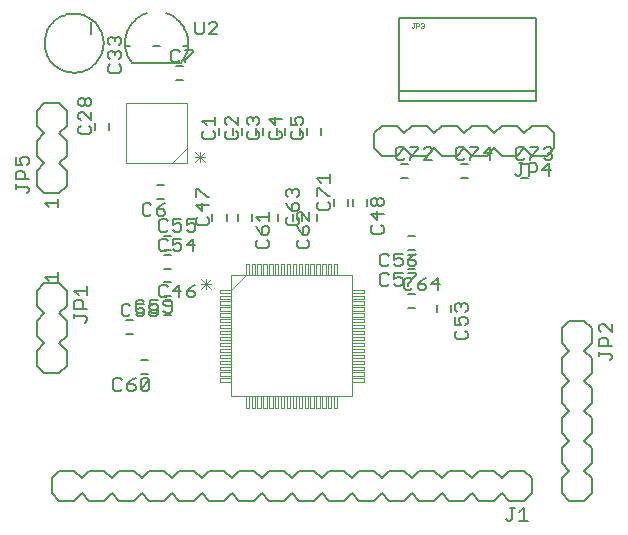
<source format=gto>
G75*
G70*
%OFA0B0*%
%FSLAX24Y24*%
%IPPOS*%
%LPD*%
%AMOC8*
5,1,8,0,0,1.08239X$1,22.5*
%
%ADD10C,0.0000*%
%ADD11C,0.0030*%
%ADD12C,0.0060*%
%ADD13C,0.0080*%
%ADD14C,0.0050*%
%ADD15C,0.0010*%
D10*
X007150Y004957D02*
X007540Y004957D01*
X007540Y005067D01*
X007150Y005067D01*
X007150Y004957D01*
X007150Y005157D02*
X007540Y005157D01*
X007540Y005267D01*
X007150Y005267D01*
X007150Y005157D01*
X007150Y005347D02*
X007540Y005347D01*
X007540Y005457D01*
X007150Y005457D01*
X007150Y005347D01*
X007150Y005547D02*
X007540Y005547D01*
X007540Y005657D01*
X007150Y005657D01*
X007150Y005547D01*
X007150Y005747D02*
X007540Y005747D01*
X007540Y005857D01*
X007150Y005857D01*
X007150Y005747D01*
X007150Y005937D02*
X007540Y005937D01*
X007540Y006047D01*
X007150Y006047D01*
X007150Y005937D01*
X007150Y006137D02*
X007540Y006137D01*
X007540Y006247D01*
X007150Y006247D01*
X007150Y006137D01*
X007150Y006337D02*
X007540Y006337D01*
X007540Y006447D01*
X007150Y006447D01*
X007150Y006337D01*
X007150Y006527D02*
X007540Y006527D01*
X007540Y006637D01*
X007150Y006637D01*
X007150Y006527D01*
X007150Y006727D02*
X007540Y006727D01*
X007540Y006837D01*
X007150Y006837D01*
X007150Y006727D01*
X007150Y006927D02*
X007540Y006927D01*
X007540Y007037D01*
X007150Y007037D01*
X007150Y006927D01*
X007150Y007117D02*
X007540Y007117D01*
X007540Y007227D01*
X007150Y007227D01*
X007150Y007117D01*
X007150Y007317D02*
X007540Y007317D01*
X007540Y007427D01*
X007150Y007427D01*
X007150Y007317D01*
X007150Y007517D02*
X007540Y007517D01*
X007540Y007627D01*
X007150Y007627D01*
X007150Y007517D01*
X007150Y007707D02*
X007540Y007707D01*
X007540Y007817D01*
X007150Y007817D01*
X007150Y007707D01*
X007150Y007907D02*
X007540Y007907D01*
X007540Y007997D01*
X008040Y008497D01*
X008130Y008497D01*
X008130Y008887D01*
X008020Y008887D01*
X008020Y008497D01*
X008040Y008497D01*
X008220Y008497D02*
X008220Y008887D01*
X008330Y008887D01*
X008330Y008497D01*
X008220Y008497D01*
X008410Y008497D02*
X008410Y008887D01*
X008520Y008887D01*
X008520Y008497D01*
X008410Y008497D01*
X008610Y008497D02*
X008610Y008887D01*
X008720Y008887D01*
X008720Y008497D01*
X008610Y008497D01*
X008810Y008497D02*
X008810Y008887D01*
X008920Y008887D01*
X008920Y008497D01*
X008810Y008497D01*
X009000Y008497D02*
X009000Y008887D01*
X009110Y008887D01*
X009110Y008497D01*
X009000Y008497D01*
X009200Y008497D02*
X009200Y008887D01*
X009310Y008887D01*
X009310Y008497D01*
X009200Y008497D01*
X009400Y008497D02*
X009400Y008887D01*
X009510Y008887D01*
X009510Y008497D01*
X009400Y008497D01*
X009590Y008497D02*
X009590Y008887D01*
X009700Y008887D01*
X009700Y008497D01*
X009590Y008497D01*
X009790Y008497D02*
X009790Y008887D01*
X009900Y008887D01*
X009900Y008497D01*
X009790Y008497D01*
X009990Y008497D02*
X009990Y008887D01*
X010100Y008887D01*
X010100Y008497D01*
X009990Y008497D01*
X010180Y008497D02*
X010180Y008887D01*
X010290Y008887D01*
X010290Y008497D01*
X010180Y008497D01*
X010380Y008497D02*
X010380Y008887D01*
X010490Y008887D01*
X010490Y008497D01*
X010380Y008497D01*
X010580Y008497D02*
X010580Y008887D01*
X010690Y008887D01*
X010690Y008497D01*
X010580Y008497D01*
X010770Y008497D02*
X010770Y008887D01*
X010880Y008887D01*
X010880Y008497D01*
X010770Y008497D01*
X010970Y008497D02*
X010970Y008887D01*
X011080Y008887D01*
X011080Y008497D01*
X010970Y008497D01*
X011560Y008497D02*
X007540Y008497D01*
X007540Y004477D01*
X011560Y004477D01*
X011560Y008497D01*
X011560Y008017D02*
X011950Y008017D01*
X011950Y007907D01*
X011560Y007907D01*
X011560Y008017D01*
X011560Y007817D02*
X011950Y007817D01*
X011950Y007707D01*
X011560Y007707D01*
X011560Y007817D01*
X011560Y007627D02*
X011950Y007627D01*
X011950Y007517D01*
X011560Y007517D01*
X011560Y007627D01*
X011560Y007427D02*
X011950Y007427D01*
X011950Y007317D01*
X011560Y007317D01*
X011560Y007427D01*
X011560Y007227D02*
X011950Y007227D01*
X011950Y007117D01*
X011560Y007117D01*
X011560Y007227D01*
X011560Y007037D02*
X011950Y007037D01*
X011950Y006927D01*
X011560Y006927D01*
X011560Y007037D01*
X011560Y006837D02*
X011950Y006837D01*
X011950Y006727D01*
X011560Y006727D01*
X011560Y006837D01*
X011560Y006637D02*
X011950Y006637D01*
X011950Y006527D01*
X011560Y006527D01*
X011560Y006637D01*
X011560Y006447D02*
X011950Y006447D01*
X011950Y006337D01*
X011560Y006337D01*
X011560Y006447D01*
X011560Y006247D02*
X011950Y006247D01*
X011950Y006137D01*
X011560Y006137D01*
X011560Y006247D01*
X011560Y006047D02*
X011950Y006047D01*
X011950Y005937D01*
X011560Y005937D01*
X011560Y006047D01*
X011560Y005857D02*
X011950Y005857D01*
X011950Y005747D01*
X011560Y005747D01*
X011560Y005857D01*
X011560Y005657D02*
X011950Y005657D01*
X011950Y005547D01*
X011560Y005547D01*
X011560Y005657D01*
X011560Y005457D02*
X011950Y005457D01*
X011950Y005347D01*
X011560Y005347D01*
X011560Y005457D01*
X011560Y005267D02*
X011950Y005267D01*
X011950Y005157D01*
X011560Y005157D01*
X011560Y005267D01*
X011560Y005067D02*
X011950Y005067D01*
X011950Y004957D01*
X011560Y004957D01*
X011560Y005067D01*
X011080Y004477D02*
X011080Y004087D01*
X010970Y004087D01*
X010970Y004477D01*
X011080Y004477D01*
X010880Y004477D02*
X010880Y004087D01*
X010770Y004087D01*
X010770Y004477D01*
X010880Y004477D01*
X010690Y004477D02*
X010690Y004087D01*
X010580Y004087D01*
X010580Y004477D01*
X010690Y004477D01*
X010490Y004477D02*
X010490Y004087D01*
X010380Y004087D01*
X010380Y004477D01*
X010490Y004477D01*
X010290Y004477D02*
X010290Y004087D01*
X010180Y004087D01*
X010180Y004477D01*
X010290Y004477D01*
X010100Y004477D02*
X010100Y004087D01*
X009990Y004087D01*
X009990Y004477D01*
X010100Y004477D01*
X009900Y004477D02*
X009900Y004087D01*
X009790Y004087D01*
X009790Y004477D01*
X009900Y004477D01*
X009700Y004477D02*
X009700Y004087D01*
X009590Y004087D01*
X009590Y004477D01*
X009700Y004477D01*
X009510Y004477D02*
X009510Y004087D01*
X009400Y004087D01*
X009400Y004477D01*
X009510Y004477D01*
X009310Y004477D02*
X009310Y004087D01*
X009200Y004087D01*
X009200Y004477D01*
X009310Y004477D01*
X009110Y004477D02*
X009110Y004087D01*
X009000Y004087D01*
X009000Y004477D01*
X009110Y004477D01*
X008920Y004477D02*
X008920Y004087D01*
X008810Y004087D01*
X008810Y004477D01*
X008920Y004477D01*
X008720Y004477D02*
X008720Y004087D01*
X008610Y004087D01*
X008610Y004477D01*
X008720Y004477D01*
X008520Y004477D02*
X008520Y004087D01*
X008410Y004087D01*
X008410Y004477D01*
X008520Y004477D01*
X008330Y004477D02*
X008330Y004087D01*
X008220Y004087D01*
X008220Y004477D01*
X008330Y004477D01*
X008130Y004477D02*
X008130Y004087D01*
X008020Y004087D01*
X008020Y004477D01*
X008130Y004477D01*
X007150Y007907D02*
X007150Y008017D01*
X007540Y008017D01*
X007540Y007997D01*
X006060Y012227D02*
X004040Y012227D01*
X004040Y014247D01*
X006060Y014247D01*
X006060Y012227D01*
X006060Y012647D02*
X006060Y012797D01*
X006060Y012727D02*
X005560Y012227D01*
X005490Y012227D02*
X005640Y012227D01*
X005380Y012227D02*
X005230Y012227D01*
X005120Y012227D02*
X004980Y012227D01*
X004870Y012227D02*
X004720Y012227D01*
X004610Y012227D02*
X004460Y012227D01*
X004040Y012647D02*
X004040Y012797D01*
X004040Y012907D02*
X004040Y013057D01*
X004040Y013167D02*
X004040Y013307D01*
X004040Y013417D02*
X004040Y013567D01*
X004040Y013677D02*
X004040Y013827D01*
X004460Y014247D02*
X004610Y014247D01*
X004720Y014247D02*
X004870Y014247D01*
X004980Y014247D02*
X005120Y014247D01*
X005230Y014247D02*
X005380Y014247D01*
X005490Y014247D02*
X005640Y014247D01*
X006060Y013827D02*
X006060Y013677D01*
X006060Y013567D02*
X006060Y013417D01*
X006060Y013307D02*
X006060Y013167D01*
X006060Y013057D02*
X006060Y012907D01*
D11*
X006341Y012603D02*
X006655Y012290D01*
X006655Y012446D02*
X006341Y012446D01*
X006341Y012290D02*
X006655Y012603D01*
X006498Y012603D02*
X006498Y012290D01*
X006545Y008364D02*
X006859Y008050D01*
X006859Y008207D02*
X006545Y008207D01*
X006545Y008050D02*
X006859Y008364D01*
X006702Y008364D02*
X006702Y008050D01*
D12*
X005518Y008273D02*
X005282Y008273D01*
X005282Y008700D02*
X005518Y008700D01*
X005518Y009173D02*
X005282Y009173D01*
X005282Y009350D02*
X005518Y009350D01*
X005518Y009823D02*
X005282Y009823D01*
X005298Y011030D02*
X005062Y011030D01*
X005062Y011503D02*
X005298Y011503D01*
X006914Y010555D02*
X006914Y010319D01*
X007386Y010319D02*
X007386Y010555D01*
X007764Y010555D02*
X007764Y010319D01*
X008236Y010319D02*
X008236Y010555D01*
X009114Y010555D02*
X009114Y010319D01*
X009586Y010319D02*
X009586Y010555D01*
X009914Y010555D02*
X009914Y010319D01*
X010386Y010319D02*
X010386Y010555D01*
X010954Y010809D02*
X010954Y011045D01*
X011426Y011045D02*
X011426Y010809D01*
X011594Y010809D02*
X011594Y011045D01*
X012066Y011045D02*
X012066Y010809D01*
X013182Y011750D02*
X013418Y011750D01*
X013418Y012223D02*
X013182Y012223D01*
X015182Y012223D02*
X015418Y012223D01*
X015418Y011750D02*
X015182Y011750D01*
X017182Y011750D02*
X017418Y011750D01*
X017418Y012223D02*
X017182Y012223D01*
X013668Y009823D02*
X013432Y009823D01*
X013432Y009350D02*
X013668Y009350D01*
X013668Y009173D02*
X013432Y009173D01*
X013432Y008700D02*
X013668Y008700D01*
X013668Y007873D02*
X013432Y007873D01*
X013432Y007400D02*
X013668Y007400D01*
X014394Y007289D02*
X014394Y007525D01*
X014866Y007525D02*
X014866Y007289D01*
X010546Y013179D02*
X010546Y013415D01*
X010074Y013415D02*
X010074Y013179D01*
X009816Y013179D02*
X009816Y013415D01*
X009344Y013415D02*
X009344Y013179D01*
X009076Y013179D02*
X009076Y013415D01*
X008604Y013415D02*
X008604Y013179D01*
X008356Y013179D02*
X008356Y013415D01*
X007884Y013415D02*
X007884Y013179D01*
X007596Y013179D02*
X007596Y013415D01*
X007124Y013415D02*
X007124Y013179D01*
X005918Y015000D02*
X005682Y015000D01*
X005682Y015473D02*
X005918Y015473D01*
X003466Y013585D02*
X003466Y013349D01*
X002994Y013349D02*
X002994Y013585D01*
X005282Y007800D02*
X005518Y007800D01*
X005518Y007633D02*
X005282Y007633D01*
X005282Y007160D02*
X005518Y007160D01*
X004268Y007003D02*
X004032Y007003D01*
X004032Y006530D02*
X004268Y006530D01*
X004532Y005673D02*
X004768Y005673D01*
X004768Y005200D02*
X004532Y005200D01*
D13*
X001550Y001737D02*
X001550Y001237D01*
X001800Y000987D01*
X002300Y000987D01*
X002550Y001237D01*
X002800Y000987D01*
X003300Y000987D01*
X003550Y001237D01*
X003800Y000987D01*
X004300Y000987D01*
X004550Y001237D01*
X004800Y000987D01*
X005300Y000987D01*
X005550Y001237D01*
X005800Y000987D01*
X006300Y000987D01*
X006550Y001237D01*
X006800Y000987D01*
X007300Y000987D01*
X007550Y001237D01*
X007800Y000987D01*
X008300Y000987D01*
X008550Y001237D01*
X008800Y000987D01*
X009300Y000987D01*
X009550Y001237D01*
X009800Y000987D01*
X010300Y000987D01*
X010550Y001237D01*
X010800Y000987D01*
X011300Y000987D01*
X011550Y001237D01*
X011800Y000987D01*
X012300Y000987D01*
X012550Y001237D01*
X012800Y000987D01*
X013300Y000987D01*
X013550Y001237D01*
X013800Y000987D01*
X014300Y000987D01*
X014550Y001237D01*
X014800Y000987D01*
X015300Y000987D01*
X015550Y001237D01*
X015800Y000987D01*
X016300Y000987D01*
X016550Y001237D01*
X016800Y000987D01*
X017300Y000987D01*
X017550Y001237D01*
X017550Y001737D01*
X017300Y001987D01*
X016800Y001987D01*
X016550Y001737D01*
X016300Y001987D01*
X015800Y001987D01*
X015550Y001737D01*
X015300Y001987D01*
X014800Y001987D01*
X014550Y001737D01*
X014300Y001987D01*
X013800Y001987D01*
X013550Y001737D01*
X013300Y001987D01*
X012800Y001987D01*
X012550Y001737D01*
X012300Y001987D01*
X011800Y001987D01*
X011550Y001737D01*
X011300Y001987D01*
X010800Y001987D01*
X010550Y001737D01*
X010300Y001987D01*
X009800Y001987D01*
X009550Y001737D01*
X009300Y001987D01*
X008800Y001987D01*
X008550Y001737D01*
X008300Y001987D01*
X007800Y001987D01*
X007550Y001737D01*
X007300Y001987D01*
X006800Y001987D01*
X006550Y001737D01*
X006300Y001987D01*
X005800Y001987D01*
X005550Y001737D01*
X005300Y001987D01*
X004800Y001987D01*
X004550Y001737D01*
X004300Y001987D01*
X003800Y001987D01*
X003550Y001737D01*
X003300Y001987D01*
X002800Y001987D01*
X002550Y001737D01*
X002300Y001987D01*
X001800Y001987D01*
X001550Y001737D01*
X001550Y001237D01*
X003679Y004652D02*
X003819Y004652D01*
X003889Y004722D01*
X004069Y004722D02*
X004069Y004862D01*
X004279Y004862D01*
X004349Y004792D01*
X004349Y004722D01*
X004279Y004652D01*
X004139Y004652D01*
X004069Y004722D01*
X004069Y004862D02*
X004209Y005002D01*
X004349Y005072D01*
X004530Y005002D02*
X004600Y005072D01*
X004740Y005072D01*
X004810Y005002D01*
X004530Y004722D01*
X004600Y004652D01*
X004740Y004652D01*
X004810Y004722D01*
X004810Y005002D01*
X004530Y005002D02*
X004530Y004722D01*
X003889Y005002D02*
X003819Y005072D01*
X003679Y005072D01*
X003609Y005002D01*
X003609Y004722D01*
X003679Y004652D01*
X002050Y005487D02*
X002050Y005987D01*
X001800Y006237D01*
X002050Y006487D01*
X002050Y006987D01*
X001800Y007237D01*
X002050Y007487D01*
X002050Y007987D01*
X001800Y008237D01*
X001300Y008237D01*
X001050Y007987D01*
X001050Y007487D01*
X001300Y007237D01*
X001050Y006987D01*
X001050Y006487D01*
X001300Y006237D01*
X001050Y005987D01*
X001050Y005487D01*
X001300Y005237D01*
X001800Y005237D01*
X002050Y005487D01*
X002660Y006925D02*
X002730Y006996D01*
X002730Y007066D01*
X002660Y007136D01*
X002310Y007136D01*
X002310Y007066D02*
X002310Y007206D01*
X002310Y007386D02*
X002310Y007596D01*
X002380Y007666D01*
X002520Y007666D01*
X002590Y007596D01*
X002590Y007386D01*
X002730Y007386D02*
X002310Y007386D01*
X002450Y007846D02*
X002310Y007986D01*
X002730Y007986D01*
X002730Y007846D02*
X002730Y008127D01*
X001760Y008316D02*
X001760Y008597D01*
X001760Y008456D02*
X001340Y008456D01*
X001480Y008316D01*
X003890Y007482D02*
X003890Y007202D01*
X003960Y007132D01*
X004100Y007132D01*
X004170Y007202D01*
X004350Y007202D02*
X004420Y007132D01*
X004561Y007132D01*
X004631Y007202D01*
X004631Y007342D01*
X004561Y007412D01*
X004491Y007412D01*
X004350Y007342D01*
X004350Y007552D01*
X004631Y007552D01*
X004639Y007602D02*
X004569Y007672D01*
X004429Y007672D01*
X004359Y007602D01*
X004359Y007322D01*
X004429Y007252D01*
X004569Y007252D01*
X004639Y007322D01*
X004811Y007272D02*
X004881Y007342D01*
X005021Y007342D01*
X005091Y007272D01*
X005091Y007202D01*
X005021Y007132D01*
X004881Y007132D01*
X004811Y007202D01*
X004811Y007272D01*
X004819Y007322D02*
X004889Y007252D01*
X005029Y007252D01*
X005099Y007322D01*
X005099Y007462D01*
X005029Y007532D01*
X004959Y007532D01*
X004819Y007462D01*
X004819Y007672D01*
X005099Y007672D01*
X005210Y007762D02*
X005350Y007762D01*
X005420Y007832D01*
X005490Y007672D02*
X005350Y007672D01*
X005280Y007602D01*
X005280Y007532D01*
X005350Y007462D01*
X005560Y007462D01*
X005560Y007602D02*
X005490Y007672D01*
X005560Y007602D02*
X005560Y007322D01*
X005490Y007252D01*
X005350Y007252D01*
X005280Y007322D01*
X005091Y007412D02*
X005021Y007342D01*
X005091Y007412D02*
X005091Y007482D01*
X005021Y007552D01*
X004881Y007552D01*
X004811Y007482D01*
X004811Y007412D01*
X004881Y007342D01*
X005210Y007762D02*
X005140Y007832D01*
X005140Y008112D01*
X005210Y008182D01*
X005350Y008182D01*
X005420Y008112D01*
X005600Y007972D02*
X005881Y007972D01*
X006061Y007972D02*
X006061Y007832D01*
X006131Y007762D01*
X006271Y007762D01*
X006341Y007832D01*
X006341Y007902D01*
X006271Y007972D01*
X006061Y007972D01*
X006201Y008112D01*
X006341Y008182D01*
X005811Y008182D02*
X005811Y007762D01*
X005600Y007972D02*
X005811Y008182D01*
X005811Y009302D02*
X005670Y009302D01*
X005600Y009372D01*
X005600Y009512D02*
X005741Y009582D01*
X005811Y009582D01*
X005881Y009512D01*
X005881Y009372D01*
X005811Y009302D01*
X005600Y009512D02*
X005600Y009722D01*
X005881Y009722D01*
X005811Y009952D02*
X005670Y009952D01*
X005600Y010022D01*
X005600Y010162D02*
X005741Y010232D01*
X005811Y010232D01*
X005881Y010162D01*
X005881Y010022D01*
X005811Y009952D01*
X006061Y010022D02*
X006131Y009952D01*
X006271Y009952D01*
X006341Y010022D01*
X006341Y010162D01*
X006271Y010232D01*
X006201Y010232D01*
X006061Y010162D01*
X006061Y010372D01*
X006341Y010372D01*
X006365Y010387D02*
X006365Y010247D01*
X006435Y010177D01*
X006715Y010177D01*
X006785Y010247D01*
X006785Y010387D01*
X006715Y010457D01*
X006575Y010637D02*
X006575Y010917D01*
X006785Y010847D02*
X006365Y010847D01*
X006575Y010637D01*
X006435Y010457D02*
X006365Y010387D01*
X005881Y010372D02*
X005600Y010372D01*
X005600Y010162D01*
X005420Y010302D02*
X005350Y010372D01*
X005210Y010372D01*
X005140Y010302D01*
X005140Y010022D01*
X005210Y009952D01*
X005350Y009952D01*
X005420Y010022D01*
X005350Y009722D02*
X005210Y009722D01*
X005140Y009652D01*
X005140Y009372D01*
X005210Y009302D01*
X005350Y009302D01*
X005420Y009372D01*
X005420Y009652D02*
X005350Y009722D01*
X006061Y009512D02*
X006341Y009512D01*
X006271Y009302D02*
X006271Y009722D01*
X006061Y009512D01*
X005270Y010482D02*
X005130Y010482D01*
X005060Y010552D01*
X005060Y010692D01*
X005270Y010692D01*
X005340Y010622D01*
X005340Y010552D01*
X005270Y010482D01*
X005060Y010692D02*
X005200Y010832D01*
X005340Y010902D01*
X004879Y010832D02*
X004809Y010902D01*
X004669Y010902D01*
X004599Y010832D01*
X004599Y010552D01*
X004669Y010482D01*
X004809Y010482D01*
X004879Y010552D01*
X006365Y011097D02*
X006365Y011378D01*
X006435Y011378D01*
X006715Y011097D01*
X006785Y011097D01*
X008365Y010456D02*
X008785Y010456D01*
X008785Y010316D02*
X008785Y010597D01*
X008505Y010316D02*
X008365Y010456D01*
X008365Y010136D02*
X008435Y009996D01*
X008575Y009856D01*
X008575Y010066D01*
X008645Y010136D01*
X008715Y010136D01*
X008785Y010066D01*
X008785Y009926D01*
X008715Y009856D01*
X008575Y009856D01*
X008715Y009676D02*
X008785Y009606D01*
X008785Y009466D01*
X008715Y009395D01*
X008435Y009395D01*
X008365Y009466D01*
X008365Y009606D01*
X008435Y009676D01*
X009365Y010247D02*
X009435Y010177D01*
X009715Y010177D01*
X009785Y010247D01*
X009785Y010387D01*
X009715Y010457D01*
X009715Y010526D02*
X009715Y010386D01*
X009785Y010316D01*
X009715Y010136D02*
X009785Y009996D01*
X009925Y009856D01*
X009925Y010066D01*
X009995Y010136D01*
X010065Y010136D01*
X010135Y010066D01*
X010135Y009926D01*
X010065Y009856D01*
X009925Y009856D01*
X010065Y009676D02*
X010135Y009606D01*
X010135Y009466D01*
X010065Y009395D01*
X009785Y009395D01*
X009715Y009466D01*
X009715Y009606D01*
X009785Y009676D01*
X009365Y010247D02*
X009365Y010387D01*
X009435Y010457D01*
X009575Y010637D02*
X009575Y010847D01*
X009645Y010917D01*
X009715Y010917D01*
X009785Y010847D01*
X009785Y010707D01*
X009715Y010637D01*
X009575Y010637D01*
X009435Y010777D01*
X009365Y010917D01*
X009435Y011097D02*
X009365Y011168D01*
X009365Y011308D01*
X009435Y011378D01*
X009505Y011378D01*
X009575Y011308D01*
X009645Y011378D01*
X009715Y011378D01*
X009785Y011308D01*
X009785Y011168D01*
X009715Y011097D01*
X009575Y011238D02*
X009575Y011308D01*
X009785Y010597D02*
X009715Y010526D01*
X009785Y010597D02*
X009855Y010597D01*
X010135Y010316D01*
X010135Y010597D01*
X010405Y010737D02*
X010405Y010877D01*
X010475Y010947D01*
X010405Y011127D02*
X010405Y011407D01*
X010475Y011407D01*
X010755Y011127D01*
X010825Y011127D01*
X010755Y010947D02*
X010825Y010877D01*
X010825Y010737D01*
X010755Y010667D01*
X010475Y010667D01*
X010405Y010737D01*
X010545Y011587D02*
X010405Y011728D01*
X010825Y011728D01*
X010825Y011868D02*
X010825Y011587D01*
X012195Y011016D02*
X012195Y010876D01*
X012265Y010806D01*
X012335Y010806D01*
X012405Y010876D01*
X012405Y011016D01*
X012475Y011087D01*
X012545Y011087D01*
X012615Y011016D01*
X012615Y010876D01*
X012545Y010806D01*
X012475Y010806D01*
X012405Y010876D01*
X012405Y011016D02*
X012335Y011087D01*
X012265Y011087D01*
X012195Y011016D01*
X012405Y010626D02*
X012405Y010346D01*
X012195Y010556D01*
X012615Y010556D01*
X012545Y010166D02*
X012615Y010096D01*
X012615Y009956D01*
X012545Y009885D01*
X012265Y009885D01*
X012195Y009956D01*
X012195Y010096D01*
X012265Y010166D01*
X012579Y009222D02*
X012509Y009152D01*
X012509Y008872D01*
X012579Y008802D01*
X012719Y008802D01*
X012789Y008872D01*
X012969Y008872D02*
X013039Y008802D01*
X013179Y008802D01*
X013249Y008872D01*
X013249Y009012D01*
X013179Y009082D01*
X013109Y009082D01*
X012969Y009012D01*
X012969Y009222D01*
X013249Y009222D01*
X013430Y009012D02*
X013640Y009012D01*
X013710Y008942D01*
X013710Y008872D01*
X013640Y008802D01*
X013500Y008802D01*
X013430Y008872D01*
X013430Y009012D01*
X013570Y009152D01*
X013710Y009222D01*
X013710Y008572D02*
X013430Y008572D01*
X013360Y008422D02*
X013290Y008352D01*
X013290Y008072D01*
X013360Y008002D01*
X013500Y008002D01*
X013570Y008072D01*
X013430Y008152D02*
X013430Y008222D01*
X013710Y008502D01*
X013710Y008572D01*
X013500Y008422D02*
X013360Y008422D01*
X013249Y008362D02*
X013249Y008222D01*
X013179Y008152D01*
X013039Y008152D01*
X012969Y008222D01*
X012969Y008362D02*
X013109Y008432D01*
X013179Y008432D01*
X013249Y008362D01*
X013249Y008572D02*
X012969Y008572D01*
X012969Y008362D01*
X012789Y008502D02*
X012719Y008572D01*
X012579Y008572D01*
X012509Y008502D01*
X012509Y008222D01*
X012579Y008152D01*
X012719Y008152D01*
X012789Y008222D01*
X013500Y008422D02*
X013570Y008352D01*
X013750Y008212D02*
X013961Y008212D01*
X014031Y008142D01*
X014031Y008072D01*
X013961Y008002D01*
X013820Y008002D01*
X013750Y008072D01*
X013750Y008212D01*
X013891Y008352D01*
X014031Y008422D01*
X014211Y008212D02*
X014491Y008212D01*
X014421Y008002D02*
X014421Y008422D01*
X014211Y008212D01*
X014995Y007496D02*
X015065Y007567D01*
X015135Y007567D01*
X015205Y007496D01*
X015275Y007567D01*
X015345Y007567D01*
X015415Y007496D01*
X015415Y007356D01*
X015345Y007286D01*
X015345Y007106D02*
X015415Y007036D01*
X015415Y006896D01*
X015345Y006826D01*
X015205Y006826D02*
X015135Y006966D01*
X015135Y007036D01*
X015205Y007106D01*
X015345Y007106D01*
X015205Y006826D02*
X014995Y006826D01*
X014995Y007106D01*
X015065Y007286D02*
X014995Y007356D01*
X014995Y007496D01*
X015205Y007496D02*
X015205Y007426D01*
X015345Y006646D02*
X015415Y006576D01*
X015415Y006436D01*
X015345Y006365D01*
X015065Y006365D01*
X014995Y006436D01*
X014995Y006576D01*
X015065Y006646D01*
X012789Y009152D02*
X012719Y009222D01*
X012579Y009222D01*
X013110Y012352D02*
X013250Y012352D01*
X013320Y012422D01*
X013500Y012422D02*
X013500Y012352D01*
X013500Y012422D02*
X013781Y012702D01*
X013781Y012772D01*
X013500Y012772D01*
X013320Y012702D02*
X013250Y012772D01*
X013110Y012772D01*
X013040Y012702D01*
X013040Y012422D01*
X013110Y012352D01*
X013050Y012487D02*
X012550Y012487D01*
X012300Y012737D01*
X012300Y013237D01*
X012550Y013487D01*
X013050Y013487D01*
X013300Y013237D01*
X013550Y013487D01*
X014050Y013487D01*
X014300Y013237D01*
X014550Y013487D01*
X015050Y013487D01*
X015300Y013237D01*
X015550Y013487D01*
X016050Y013487D01*
X016300Y013237D01*
X016550Y013487D01*
X017050Y013487D01*
X017300Y013237D01*
X017550Y013487D01*
X018050Y013487D01*
X018300Y013237D01*
X018300Y012737D01*
X018050Y012487D01*
X017550Y012487D01*
X017300Y012737D01*
X017050Y012487D01*
X016550Y012487D01*
X016300Y012737D01*
X016050Y012487D01*
X015550Y012487D01*
X015300Y012737D01*
X015050Y012487D01*
X014550Y012487D01*
X014300Y012737D01*
X014050Y012487D01*
X013550Y012487D01*
X013300Y012737D01*
X013050Y012487D01*
X013961Y012352D02*
X014241Y012632D01*
X014241Y012702D01*
X014171Y012772D01*
X014031Y012772D01*
X013961Y012702D01*
X013961Y012352D02*
X014241Y012352D01*
X015040Y012422D02*
X015110Y012352D01*
X015250Y012352D01*
X015320Y012422D01*
X015500Y012422D02*
X015500Y012352D01*
X015500Y012422D02*
X015781Y012702D01*
X015781Y012772D01*
X015500Y012772D01*
X015320Y012702D02*
X015250Y012772D01*
X015110Y012772D01*
X015040Y012702D01*
X015040Y012422D01*
X015961Y012562D02*
X016241Y012562D01*
X016171Y012352D02*
X016171Y012772D01*
X015961Y012562D01*
X017040Y012702D02*
X017040Y012422D01*
X017110Y012352D01*
X017250Y012352D01*
X017320Y012422D01*
X017500Y012422D02*
X017500Y012352D01*
X017500Y012422D02*
X017781Y012702D01*
X017781Y012772D01*
X017500Y012772D01*
X017320Y012702D02*
X017250Y012772D01*
X017110Y012772D01*
X017040Y012702D01*
X017129Y012227D02*
X017269Y012227D01*
X017199Y012227D02*
X017199Y011877D01*
X017129Y011807D01*
X017059Y011807D01*
X016989Y011877D01*
X017449Y011947D02*
X017659Y011947D01*
X017729Y012017D01*
X017729Y012157D01*
X017659Y012227D01*
X017449Y012227D01*
X017449Y011807D01*
X017910Y012017D02*
X018190Y012017D01*
X018120Y011807D02*
X018120Y012227D01*
X017910Y012017D01*
X018031Y012352D02*
X017961Y012422D01*
X018031Y012352D02*
X018171Y012352D01*
X018241Y012422D01*
X018241Y012492D01*
X018171Y012562D01*
X018101Y012562D01*
X018171Y012562D02*
X018241Y012632D01*
X018241Y012702D01*
X018171Y012772D01*
X018031Y012772D01*
X017961Y012702D01*
X017711Y014319D02*
X013144Y014319D01*
X013144Y014634D01*
X017711Y014634D01*
X017711Y014319D01*
X017711Y014634D02*
X017711Y017075D01*
X013144Y017075D01*
X013144Y014634D01*
X009945Y013707D02*
X009945Y013567D01*
X009875Y013497D01*
X009735Y013497D02*
X009665Y013637D01*
X009665Y013707D01*
X009735Y013777D01*
X009875Y013777D01*
X009945Y013707D01*
X009735Y013497D02*
X009525Y013497D01*
X009525Y013777D01*
X009215Y013707D02*
X008795Y013707D01*
X009005Y013497D01*
X009005Y013777D01*
X009145Y013317D02*
X009215Y013247D01*
X009215Y013107D01*
X009145Y013037D01*
X008865Y013037D01*
X008795Y013107D01*
X008795Y013247D01*
X008865Y013317D01*
X008475Y013247D02*
X008475Y013107D01*
X008405Y013037D01*
X008125Y013037D01*
X008055Y013107D01*
X008055Y013247D01*
X008125Y013317D01*
X008125Y013497D02*
X008055Y013567D01*
X008055Y013707D01*
X008125Y013777D01*
X008195Y013777D01*
X008265Y013707D01*
X008335Y013777D01*
X008405Y013777D01*
X008475Y013707D01*
X008475Y013567D01*
X008405Y013497D01*
X008405Y013317D02*
X008475Y013247D01*
X008265Y013637D02*
X008265Y013707D01*
X007755Y013777D02*
X007755Y013497D01*
X007475Y013777D01*
X007405Y013777D01*
X007335Y013707D01*
X007335Y013567D01*
X007405Y013497D01*
X007405Y013317D02*
X007335Y013247D01*
X007335Y013107D01*
X007405Y013037D01*
X007685Y013037D01*
X007755Y013107D01*
X007755Y013247D01*
X007685Y013317D01*
X006995Y013247D02*
X006995Y013107D01*
X006925Y013037D01*
X006645Y013037D01*
X006575Y013107D01*
X006575Y013247D01*
X006645Y013317D01*
X006715Y013497D02*
X006575Y013637D01*
X006995Y013637D01*
X006995Y013497D02*
X006995Y013777D01*
X006925Y013317D02*
X006995Y013247D01*
X009525Y013247D02*
X009525Y013107D01*
X009595Y013037D01*
X009875Y013037D01*
X009945Y013107D01*
X009945Y013247D01*
X009875Y013317D01*
X009595Y013317D02*
X009525Y013247D01*
X006281Y015952D02*
X006281Y016022D01*
X006000Y016022D01*
X005820Y015952D02*
X005750Y016022D01*
X005610Y016022D01*
X005540Y015952D01*
X005540Y015672D01*
X005610Y015602D01*
X005750Y015602D01*
X005820Y015672D01*
X006000Y015672D02*
X006000Y015602D01*
X006000Y015672D02*
X006281Y015952D01*
X006410Y016527D02*
X006340Y016597D01*
X006340Y016947D01*
X006620Y016947D02*
X006620Y016597D01*
X006550Y016527D01*
X006410Y016527D01*
X006800Y016527D02*
X007081Y016807D01*
X007081Y016877D01*
X007011Y016947D01*
X006870Y016947D01*
X006800Y016877D01*
X006800Y016527D02*
X007081Y016527D01*
X003860Y016376D02*
X003860Y016236D01*
X003790Y016166D01*
X003790Y015986D02*
X003860Y015916D01*
X003860Y015776D01*
X003790Y015706D01*
X003790Y015526D02*
X003860Y015456D01*
X003860Y015316D01*
X003790Y015245D01*
X003510Y015245D01*
X003440Y015316D01*
X003440Y015456D01*
X003510Y015526D01*
X003510Y015706D02*
X003440Y015776D01*
X003440Y015916D01*
X003510Y015986D01*
X003580Y015986D01*
X003650Y015916D01*
X003720Y015986D01*
X003790Y015986D01*
X003650Y015916D02*
X003650Y015846D01*
X003510Y016166D02*
X003440Y016236D01*
X003440Y016376D01*
X003510Y016447D01*
X003580Y016447D01*
X003650Y016376D01*
X003720Y016447D01*
X003790Y016447D01*
X003860Y016376D01*
X003650Y016376D02*
X003650Y016306D01*
X002850Y016537D02*
X002850Y016937D01*
X001316Y016237D02*
X001318Y016299D01*
X001324Y016362D01*
X001334Y016423D01*
X001348Y016484D01*
X001365Y016544D01*
X001386Y016603D01*
X001412Y016660D01*
X001440Y016715D01*
X001472Y016769D01*
X001508Y016820D01*
X001546Y016870D01*
X001588Y016916D01*
X001632Y016960D01*
X001680Y017001D01*
X001729Y017039D01*
X001781Y017073D01*
X001835Y017104D01*
X001891Y017132D01*
X001949Y017156D01*
X002008Y017177D01*
X002068Y017193D01*
X002129Y017206D01*
X002191Y017215D01*
X002253Y017220D01*
X002316Y017221D01*
X002378Y017218D01*
X002440Y017211D01*
X002502Y017200D01*
X002562Y017185D01*
X002622Y017167D01*
X002680Y017145D01*
X002737Y017119D01*
X002792Y017089D01*
X002845Y017056D01*
X002896Y017020D01*
X002944Y016981D01*
X002990Y016938D01*
X003033Y016893D01*
X003073Y016845D01*
X003110Y016795D01*
X003144Y016742D01*
X003175Y016688D01*
X003201Y016632D01*
X003225Y016574D01*
X003244Y016514D01*
X003260Y016454D01*
X003272Y016392D01*
X003280Y016331D01*
X003284Y016268D01*
X003284Y016206D01*
X003280Y016143D01*
X003272Y016082D01*
X003260Y016020D01*
X003244Y015960D01*
X003225Y015900D01*
X003201Y015842D01*
X003175Y015786D01*
X003144Y015732D01*
X003110Y015679D01*
X003073Y015629D01*
X003033Y015581D01*
X002990Y015536D01*
X002944Y015493D01*
X002896Y015454D01*
X002845Y015418D01*
X002792Y015385D01*
X002737Y015355D01*
X002680Y015329D01*
X002622Y015307D01*
X002562Y015289D01*
X002502Y015274D01*
X002440Y015263D01*
X002378Y015256D01*
X002316Y015253D01*
X002253Y015254D01*
X002191Y015259D01*
X002129Y015268D01*
X002068Y015281D01*
X002008Y015297D01*
X001949Y015318D01*
X001891Y015342D01*
X001835Y015370D01*
X001781Y015401D01*
X001729Y015435D01*
X001680Y015473D01*
X001632Y015514D01*
X001588Y015558D01*
X001546Y015604D01*
X001508Y015654D01*
X001472Y015705D01*
X001440Y015759D01*
X001412Y015814D01*
X001386Y015871D01*
X001365Y015930D01*
X001348Y015990D01*
X001334Y016051D01*
X001324Y016112D01*
X001318Y016175D01*
X001316Y016237D01*
X002515Y014408D02*
X002585Y014408D01*
X002655Y014338D01*
X002655Y014198D01*
X002585Y014127D01*
X002515Y014127D01*
X002445Y014198D01*
X002445Y014338D01*
X002515Y014408D01*
X002655Y014338D02*
X002725Y014408D01*
X002795Y014408D01*
X002865Y014338D01*
X002865Y014198D01*
X002795Y014127D01*
X002725Y014127D01*
X002655Y014198D01*
X002585Y013947D02*
X002515Y013947D01*
X002445Y013877D01*
X002445Y013737D01*
X002515Y013667D01*
X002515Y013487D02*
X002445Y013417D01*
X002445Y013277D01*
X002515Y013207D01*
X002795Y013207D01*
X002865Y013277D01*
X002865Y013417D01*
X002795Y013487D01*
X002865Y013667D02*
X002585Y013947D01*
X002865Y013947D02*
X002865Y013667D01*
X002050Y013487D02*
X001800Y013237D01*
X002050Y012987D01*
X002050Y012487D01*
X001800Y012237D01*
X002050Y011987D01*
X002050Y011487D01*
X001800Y011237D01*
X001300Y011237D01*
X001050Y011487D01*
X001050Y011987D01*
X001300Y012237D01*
X001050Y012487D01*
X001050Y012987D01*
X001300Y013237D01*
X001050Y013487D01*
X001050Y013987D01*
X001300Y014237D01*
X001800Y014237D01*
X002050Y013987D01*
X002050Y013487D01*
X000790Y012378D02*
X000720Y012448D01*
X000580Y012448D01*
X000510Y012378D01*
X000510Y012308D01*
X000580Y012167D01*
X000370Y012167D01*
X000370Y012448D01*
X000790Y012378D02*
X000790Y012238D01*
X000720Y012167D01*
X000580Y011987D02*
X000650Y011917D01*
X000650Y011707D01*
X000790Y011707D02*
X000370Y011707D01*
X000370Y011917D01*
X000440Y011987D01*
X000580Y011987D01*
X000370Y011527D02*
X000370Y011387D01*
X000370Y011457D02*
X000720Y011457D01*
X000790Y011387D01*
X000790Y011317D01*
X000720Y011247D01*
X001340Y010917D02*
X001760Y010917D01*
X001760Y010777D02*
X001760Y011057D01*
X001480Y010777D02*
X001340Y010917D01*
X003960Y007552D02*
X003890Y007482D01*
X003960Y007552D02*
X004100Y007552D01*
X004170Y007482D01*
X017550Y001737D02*
X017550Y001237D01*
X018550Y001237D02*
X018550Y001737D01*
X018800Y001987D01*
X018550Y002237D01*
X018550Y002737D01*
X018800Y002987D01*
X018550Y003237D01*
X018550Y003737D01*
X018800Y003987D01*
X018550Y004237D01*
X018550Y004737D01*
X018800Y004987D01*
X018550Y005237D01*
X018550Y005737D01*
X018800Y005987D01*
X018550Y006237D01*
X018550Y006737D01*
X018800Y006987D01*
X019300Y006987D01*
X019550Y006737D01*
X019550Y006237D01*
X019300Y005987D01*
X019550Y005737D01*
X019550Y005237D01*
X019300Y004987D01*
X019550Y004737D01*
X019550Y004237D01*
X019300Y003987D01*
X019550Y003737D01*
X019550Y003237D01*
X019300Y002987D01*
X019550Y002737D01*
X019550Y002237D01*
X019300Y001987D01*
X019550Y001737D01*
X019550Y001237D01*
X019300Y000987D01*
X018800Y000987D01*
X018550Y001237D01*
X020160Y005675D02*
X020230Y005746D01*
X020230Y005816D01*
X020160Y005886D01*
X019810Y005886D01*
X019810Y005816D02*
X019810Y005956D01*
X019810Y006136D02*
X019810Y006346D01*
X019880Y006416D01*
X020020Y006416D01*
X020090Y006346D01*
X020090Y006136D01*
X020230Y006136D02*
X019810Y006136D01*
X019880Y006596D02*
X019810Y006666D01*
X019810Y006806D01*
X019880Y006877D01*
X019950Y006877D01*
X020230Y006596D01*
X020230Y006877D01*
D14*
X017295Y000742D02*
X017295Y000292D01*
X017145Y000292D02*
X017445Y000292D01*
X017145Y000592D02*
X017295Y000742D01*
X016984Y000742D02*
X016834Y000742D01*
X016909Y000742D02*
X016909Y000367D01*
X016834Y000292D01*
X016759Y000292D01*
X016684Y000367D01*
X005875Y015587D02*
X004225Y015587D01*
X004163Y016137D02*
X004005Y016137D01*
X004937Y016137D02*
X005163Y016137D01*
X004225Y015587D02*
X004190Y015635D01*
X004157Y015685D01*
X004126Y015737D01*
X004099Y015791D01*
X004075Y015846D01*
X004055Y015903D01*
X004037Y015960D01*
X004023Y016018D01*
X004012Y016077D01*
X004005Y016137D01*
X005360Y017240D02*
X005420Y017220D01*
X005479Y017196D01*
X005536Y017168D01*
X005591Y017137D01*
X005645Y017102D01*
X005696Y017065D01*
X005745Y017024D01*
X005791Y016980D01*
X005835Y016934D01*
X005876Y016885D01*
X005914Y016834D01*
X005948Y016781D01*
X005980Y016725D01*
X006007Y016668D01*
X006032Y016609D01*
X006052Y016549D01*
X006070Y016488D01*
X006083Y016426D01*
X006092Y016363D01*
X006098Y016300D01*
X006100Y016236D01*
X006098Y016172D01*
X006092Y016109D01*
X006083Y016046D01*
X006069Y015984D01*
X006052Y015923D01*
X006031Y015863D01*
X006007Y015804D01*
X005979Y015747D01*
X005947Y015691D01*
X005912Y015638D01*
X005875Y015587D01*
X005937Y016137D02*
X006095Y016137D01*
X004740Y017240D02*
X004681Y017220D01*
X004624Y017197D01*
X004567Y017170D01*
X004513Y017139D01*
X004460Y017106D01*
X004410Y017069D01*
X004361Y017030D01*
X004316Y016987D01*
X004272Y016942D01*
X004232Y016895D01*
X004194Y016845D01*
X004159Y016793D01*
X004128Y016739D01*
X004100Y016684D01*
X004075Y016627D01*
X004054Y016568D01*
X004036Y016508D01*
X004021Y016447D01*
X004011Y016386D01*
X004004Y016324D01*
X004000Y016262D01*
X004001Y016199D01*
X004005Y016137D01*
D15*
X013555Y016767D02*
X013580Y016742D01*
X013605Y016742D01*
X013630Y016767D01*
X013630Y016892D01*
X013605Y016892D02*
X013655Y016892D01*
X013702Y016892D02*
X013777Y016892D01*
X013802Y016867D01*
X013802Y016817D01*
X013777Y016792D01*
X013702Y016792D01*
X013702Y016742D02*
X013702Y016892D01*
X013850Y016867D02*
X013875Y016892D01*
X013925Y016892D01*
X013950Y016867D01*
X013950Y016842D01*
X013925Y016817D01*
X013950Y016792D01*
X013950Y016767D01*
X013925Y016742D01*
X013875Y016742D01*
X013850Y016767D01*
X013900Y016817D02*
X013925Y016817D01*
M02*

</source>
